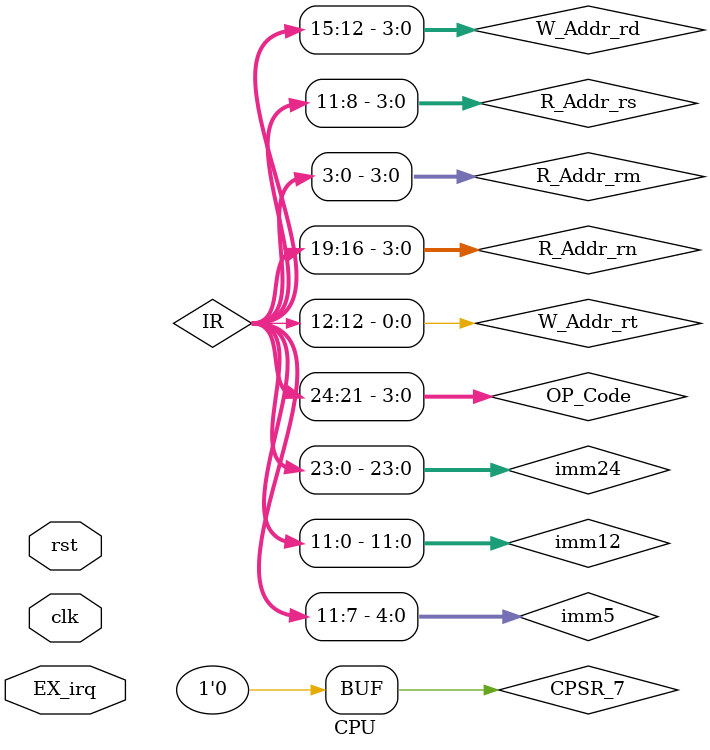
<source format=v>
module CPU(
    input clk, 
    input rst, 
    input EX_irq
);

    //to accept the signal of icc
    wire CPSR_7 = 0;
    reg INTA_irq;
    wire INT_irq;

    //to accept the signal of state register
    reg W_SPSR_s;
    reg [2:0] W_CPSR_s;
    reg Write_SPSR;
    reg Write_CPSR;
    wire [31:0] SPSR_New;
    wire [31:0] CPSR_New;
    wire [3:0] MASK;
    //wire [3:0] NZCV;
    reg [2:0] Change_M;
    //wire S;
    
    wire [31:0] SPSR_fiq;
    wire [31:0] SPSR_irq;
    wire [31:0] SPSR_abt;
    wire [31:0] SPSR_svc;
    wire [31:0] SPSR_und;
    wire [31:0] SPSR_mon;
    wire [31:0] SPSR_hyp;
    wire [31:0] CPSR;

    // to accept the signal of dual stack pointer
    reg SP_in;
    reg SP_out;
    wire [31:0] SP;
    wire [31:0] SP_tmp;
    wire [31:0] PSP;
    wire [31:0] MSP;
    //wire [4:0] M;

    //寄存器信号
    wire [31:0] R_Data_rn;
    wire [31:0] R_Data_rm;
    wire [31:0] R_Data_rs;
    wire [31:0] W_Data;
    wire [3:0] R_Addr_rn;
    wire [3:0] R_Addr_rm;
    wire [3:0] R_Addr_rs;
    wire [3:0] W_Addr_rd;
    wire [3:0] W_Addr;

    /* 暂存器 temporary register */
    reg [31:0] F;
    reg [31:0] A;
    reg [31:0] B;
    reg [31:0] C;
    
    //NZCV
    reg [3:0] NZCV;
    wire [3:0] NZCV_temp;//存储ALU输出的NZCV信号，根据S信号选择是否打入NZCV中
    
    //barrel_shift信号
    wire [31:0] Shift_Data;
    wire [7:0] Shift_Num;
    reg [2:0] SHIFT_OP;
    wire [31:0] Shift_Out;
    wire [31:0] Shift_Carry_Out;

    //ALU信号
    wire [31:0] ALU_A;
    wire [31:0] ALU_B;
    wire [31:0] ALU_Out;
    reg [3:0] ALU_OP;

   //控制信号
    reg Write_PC;
    reg Write_IR;
    reg Write_Reg;
    reg ALU_A_s;
    reg ALU_B_s;
    reg [1:0]PC_s;
    reg W_Addr_s;
    reg L_A;
    reg L_B;
    reg L_C;
    reg L_F;
    reg [1:0] rm_imm_s;
    reg [2:0] rs_imm_s;
    wire [3:0] OP_Code;
    reg Und_ins;//译码失败标识，译码失败时为1
    reg S;//NZCV打入控制信号

    //new added control signal
    reg F_s = 0;//if 0 ,alu_out -> F, if 1 pc -> F


    //指令相关信号
    wire [31:0] IR;//来自指令寄存器的内容
    wire IR_Flag;//取指令成功的标志，成功时取1
    wire [7:0] PC;

    //立即数
    wire [4:0]imm5;
    wire [11:0]imm12;
    wire [23:0]imm24;

    //下一个状态和当前状态寄存器
    reg [6:0] st_next ;
    reg [6:0] st_cur ;

    //定义状态
    parameter IDLE = 6'd63;
    parameter S0 = 6'd0;
    //parameter Wait = 4'd1;
    parameter S1 = 6'd1;
    parameter S2 = 6'd2;
    parameter S3 = 6'd3;
    /********新增加7~11这5个阶段********/
    parameter S7 = 6'd7;
    parameter S8 = 6'd8;
    parameter S9 = 6'd9;
    parameter S10 = 6'd10;
    parameter S11 = 6'd11;
    /********中断新增**************/
    parameter S26 = 6'd26;
    parameter S27 = 6'd27;
    parameter S28 = 6'd28;
    parameter S29 = 6'd29;
    parameter S30 = 6'd30;
    parameter S31 = 6'd31;

    parameter M = 5'b10000;//寄存器使能
    parameter R14 = 4'he;//R14寄存器地址
    //指令类型，根据指令的类型决定cpu的状态转化，目前有4种类型：
    //0表示：数据处理指令：S0->S1->S2->S3->S0
    //1表示：BX指令：S0->S1->S7
    //2表示：B指令：S0->S8->S9->S0
    //3表示：BL指令：S0->S10->S11->S9->S0
    reg [2:0] Instruction_Type = 4'd0;


    //指令译码
    assign OP_Code[3:0] = IR[24:21];
    assign R_Addr_rn = IR[19:16];
    assign W_Addr_rd = IR[15:12];
    assign R_Addr_rs = IR[11:8];
    //assign SHIFT_OP = IR[6:4];//SHIFT
    assign R_Addr_rm = IR[3:0];
    assign imm12 = IR[11:0];
    assign imm5 = IR[11:7];
    assign imm24 = IR[23:0];
    /*********新增指令译码（单数据访存）*********/
    assign W_Addr_rt = IR[15:12];


/**********读取寄存器数据****************/
    //assign R_Addr_rm = 4'b0001;
    //assign R_Addr_rs = 4'b0000;
/******************************************/


    //多路选择器
    assign ALU_A = ALU_A_s? {24'h000000,PC} : A;
    assign ALU_B = ALU_B_s? {6'b000000,imm24,2'b00} : Shift_Out;
    assign Shift_Data = rm_imm_s? {24'h000000,imm12[7:0]} : B;
    assign Shift_Num = rs_imm_s[1]? {3'b000,imm12[11:8],1'b0} : rs_imm_s[0]? C[7:0] : {3'b000,imm5};
    assign W_Addr = W_Addr_s? R14 : W_Addr_rd;
    assign W_Data = F;

    reg [2:0]testflag;

    //下跳沿IR读入指令后，判断指令的类型
    always @(*) begin
            if(IR[27:4] == 24'b000100101111111111110001)//0001 0010 1111 1111 1111 0001
            begin
                Instruction_Type <= 4'd1;//BX指令
                testflag <= 1;
            end
            else if(IR[27:24] == 4'b1010)
            begin
                Instruction_Type <= 4'd2;//B指令，bcc的24到27也是这个1010
            end
            else if (IR[27:24] == 4'b1011) 
            begin
                Instruction_Type <= 4'd3;//BL指令
            end
            else if(IR == 32'he1bef000)//识别唯一的MOVS指令，想不到其他方法和DP0区分e1bef000put before the IR[27:25] == 3'b000(next), or it will be 0(Instructin_type)
            begin
                Instruction_Type <= 4'd4;//MOVS中断返回指令，注意和普通的DP0格式区分
            end
            else if (IR[27:25] == 3'b000)
            begin
                Instruction_Type <= 4'd0;//数据处理指令
            end
            else if(IR[27:25] == 3'b001)
            begin
                Instruction_Type <= 4'd0;//数据处理指令
            end
            
            else
            begin
                Instruction_Type <= 4'd7;
            end
    end

    //状态转换
    always @(posedge clk or posedge rst) begin
        if (rst) begin
            //状态初始化
            st_cur <= IDLE;
        end
        else begin
            st_cur <= st_next;
        end
    end

    //次态函数
    always @(*) begin
        case(st_cur)
            IDLE:begin
                st_next = S0;
            end
            S0:begin
                //st_next = Wait;
                if(IR_Flag && Und_ins == 1'b0) begin//cond条件成立
                    case (Instruction_Type)
                        
                        4'd0: begin
                            st_next = S1;//数据处理指令
                        end
                        4'd1: begin
                            st_next = S1;//BX指令
                        end
                        4'd2: begin
                            st_next = S8;//B指令
                        end
                        4'd3: begin
                            st_next = S10;//BL指令
                        end 
                        4'd4: begin
                            st_next = S1;//MOVS
                        end
                    endcase
                end
                else begin
                    st_next = S0;
                end        
            end
            /*Wait: begin
                if(IR_Flag && Und_ins == 1'b0) begin//cond条件成立
                    case (Instruction_Type)
                        
                        4'd0: begin
                            st_next = S1;//数据处理指令
                        end
                        4'd1: begin
                            st_next = S1;//BX指令
                        end
                        4'd2: begin
                            st_next = S8;//B指令
                        end
                        4'd3: begin
                            st_next = S10;//BL指令
                        end 
                    endcase
                end
                else begin
                    st_next = S0;
                end
            end*/
            S1:begin
                if(!Und_ins)//译码成功
                    case (Instruction_Type)
                        4'd1: st_next = S7;//BX指令
                        4'd4: st_next = S28;//MOVS instruct (interrupt return)
                        default: st_next = S2;
                    endcase
                else
                    st_next = S0;
            end
            S2:begin
                st_next = S3;
            end
            S3:begin
                st_next = S29;
            end
            S7: begin
                st_next = IDLE;
            end 
            S8: begin
                st_next = S9;
            end 
            S9: begin
                st_next = S29;
            end 
            S10: begin
                st_next = S11;
            end 
            S11: begin
                st_next = S9;
            end 
            S29: begin
                if(INT_irq == 1'b1 && CPSR_7 == 1'b0) //interrupt occur
                    st_next = S30;
                else
                    st_next = S0;
            end//I forget this "end" and get an error,but it reports at line 322 and line 600,it costs lots of my time to find it, SHIT VIVADO!!! 
            S30: begin
                st_next = S31;
            end
            S31: begin
                st_next = S27;
            end
            S27: begin
                st_next = S0;
            end
            S28: begin
                st_next = S26;
            end
            S26: begin
                st_next = S27;
            end
        endcase
    end

    //输出函数
    always @(posedge clk or posedge rst) begin
        if (rst) begin
            //所有控制信号初始化
            NZCV <= 0;
            Write_PC <= 0;
            Write_IR <= 0;
            Write_Reg <= 0;
            L_A <= 0;
            L_C <= 0;
            L_B <= 0;
            L_F <= 0;
            ALU_A_s <= 0;
            ALU_B_s <= 0;
            PC_s <= 0;
            W_Addr_s <= 0;
            rm_imm_s <= 0;
            rs_imm_s <= 0;
            SHIFT_OP <= 0;
            ALU_OP <= 0;
        end
        else begin
            //修改Write_IR
            //只在S0状态下Write_IR。其他状态为0。
            case(st_next)
            /*S0,S7,S9: begin
                Write_IR <= 1;  //原代码
            end*/
            S0: begin
                Write_IR <= 1;
            end
            default:begin
                Write_IR <= 0;
            end
            endcase
    
            //修改Write_PC
            //在S0,S7,S9状态下Write_PC = 1,。其他状态为0。
            case(st_next)
            S0,S7,S9: begin
                Write_PC <= 1;
            end
            default:begin
                Write_PC <= 0;
            end
            endcase

            //修改Write_Reg
            //只在S3状态下Write_Reg = 1,。其他状态为0。
            case(st_next)
            S3,S11: begin
                Write_Reg <= 1;
            end
            default:begin
                Write_Reg <= 0;
            end
            endcase

            //修改L_A,L_B,L_C,L_F,寄存器控制信号
            case(st_next)
            S1: begin
                L_A <= 1'b1;
            end
            S2,S8,S10,S11: begin
                L_F <= 1'b1;
            end
            default:begin
                L_A <= 1'b0;
                L_B <= 1'b0;
                L_C <= 1'b0;
                L_F <= 1'b0;
            end
            endcase


            //修改ALU_A_s,ALU_B_s;ALU输入控制信号
            case(st_next)
                S8,S11: begin//PC+imm24→F
                    ALU_A_s <= 1'b1;
                    ALU_B_s <= 1'b1;
                end
                S10: begin//PC→F
                    ALU_A_s <= 1'b1;
                    ALU_B_s <= 1'b0;
                end
                default:begin//A+B→F
                    ALU_A_s <= 1'b0;
                    ALU_B_s <= 1'b0;
                end
            endcase

            //修改PC_s;PC控制信号
            case(st_next)
                S0: begin//取指令时不修改PC_s
                    PC_s <= 0;
                end
                S7: begin//B→PC
                    PC_s <= 2'b01;
                end
                S9: begin//F→PC
                    PC_s <= 2'b10;
                end
                default:begin//PC+4→PC
                    PC_s <= 2'b00;
                end
            endcase

            //修改W_Addr_s;W_Addr控制信号
            case(st_next)
                S11: begin//F->Reg[14]
                    W_Addr_s <= 1'b1;
                end
                default:begin
                    W_Addr_s <= 1'b0;
                end
            endcase

            //函数处理
            case(st_next)
            S0: begin
                //reset S27' signal
                SP_in <= 0;
                //reset S29's signal
                F_s <= 0;
                L_F <= 0;


                Und_ins <= 0;
            end
            S1: begin//s1时译码并读取寄存器内容
                if(Instruction_Type == 4'd1)begin
                    L_B <= 1;//B→PC
                end
                if(IR[27:25] == 3'b000 && IR[4] == 0 && IR[15:12] != 4'b1111) begin //Dp0格式
                    rm_imm_s <= 1'b0;
                    rs_imm_s <= 2'b00;
                    L_B <= 1;
                    L_C <= 0;
                end
                else if(IR[27:25] == 3'b000 && IR[7] == 0 && IR[4] == 1 && IR[15:12] != 4'b1111) begin //Dp1格式
                    rm_imm_s <= 1'b0;
                    rs_imm_s <= 2'b01;
                    L_B <= 1;
                    L_C <= 1;
                end
                else if(IR[27:25] == 3'b001 && IR[15:12] != 4'b1111)begin //Dp2格式
                    rm_imm_s <= 1'b1;
                    rs_imm_s <= 2'b10;
                    L_B <= 0;
                    L_C <= 0;
                end
                else begin
                    //Und_ins <= 1;
                end
            end
            S2: begin//s2时对译码内容进行运处理，输入到组合运算器中
                case(OP_Code)//通过OPCODE获取ALU_OP
                    4'b0000: ALU_OP <= 4'b0000;
                    4'b0001: ALU_OP <= 4'b0001;
                    4'b0010: ALU_OP <= 4'b0010;
                    4'b0011: ALU_OP <= 4'b0011;
                    4'b0100: ALU_OP <= 4'b0100;
                    4'b0101: ALU_OP <= 4'b0101;
                    4'b0110: ALU_OP <= 4'b0110;
                    4'b0111: ALU_OP <= 4'b0111;
                    4'b1000: ALU_OP <= 4'b0000;
                    4'b1001: ALU_OP <= 4'b0001;
                    4'b1010: ALU_OP <= 4'b0010;
                    4'b1011: ALU_OP <= 4'b0100;
                    4'b1100: ALU_OP <= 4'b1100;
                    4'b1101: ALU_OP <= 4'b1101;
                    4'b1110: ALU_OP <= 4'b1110;
                    4'b1111: ALU_OP <= 4'b1111;
                endcase
                S <= IR[20];
                case (rs_imm_s)//获取Shift相关信号
                    2'b00:begin
                        SHIFT_OP <= IR[6:4];
                    end 
                    2'b01:begin
                        SHIFT_OP <= IR[6:4];
                    end
                    2'b10:begin
                        SHIFT_OP <= 3'b111;
                    end
                endcase
            end

            S3:begin//s3将F结果打入W_Data,修改NZCV
                if(S) begin
                    NZCV <= NZCV_temp;
                end
            end

            S7: begin//B→PC
                    
                    //已将PC_s和Write_PC信号修改
            end

            S8: begin//PC+Offset→PC
                ALU_OP <= 4'b0100;
                S <= 1'b0;
            end

            S9: begin//F→PC
               //已将PC_s和Write_PC信号修改
            end

            S10: begin//PC→F
                ALU_OP <= 4'b1000;
                S <= 1'b0;
            end
            S11: begin//F->Reg[14],PC+Offset→PC
                ALU_OP <= 4'b0100;
                S <= 0;
            end
            S29: begin
                F_s <= 1'b1;
                L_F <= 1'b1;   
            end
            S30: begin
                //reset the control signal from S29
                F_s <= 1'b0;
                L_F <= 1'b0;
                //f -> lr_irq
                W_Addr_s <= 1'b1;//to be lazy, I write F into "LR" under user mode in the universla register pile
                Write_Reg <= 1'b1;
                //cpsr -> spsr_irq
                Change_M <= 3'd2;
                W_SPSR_s <= 1'b1;
            end
            S31: begin
                //reset the previous state's signal
                W_Addr_s <= 1'b0;
                Write_Reg <= 1'b0;
                Change_M <= 3'd0;
                //92h -> cpsr
                W_CPSR_s <= 3'd2;

                //INTA_irq = 1; have been done in interrupt_control_circuit module
                //irq interrupt vector->pc
                PC_s <= 2'b11;
                Write_PC <= 1'b1;
                //sp->msp/psp
                SP_out <= 1'b1;

                INTA_irq <= 1'b1;
            end
            S27: begin
                //reset the S31's signal
                W_CPSR_s <= 3'd0;
                PC_s <= 2'b00;  
                SP_out <= 1'b0;
                INTA_irq <= 1'b0;
                Write_PC <= 1'b0;
                //reset the S26's signal
                Write_PC <= 1'b0;
                PC_s <= 1'b0;
                Write_CPSR <= 1'b0;
                SP_out <= 1'b0;
                //msp->sp_irq
                SP_in <= 1'b1; 
            end 
            S28: begin
                //a->f
                ALU_OP <= 4'b1000;
                L_F <= 1'b1;

            end
            S26: begin
                //reset the previous state
                L_F <= 1'b0;
                //f->pc
                Write_PC <= 1'b1;
                PC_s <= 2'b10;
                //spsr->cpsr
                Write_CPSR <= 1'b1;
                W_CPSR_s <= 1'b0;
                //sp->msp/psp
                SP_out <= 1'b1;
                
            end
            endcase
        end
    end

    always @(negedge clk) begin
        if(L_A == 1'b1) A <= R_Data_rn;
        if(L_B == 1'b1) B <= R_Data_rm;
        if(L_C == 1'b1) C <= R_Data_rs;
        if(L_F == 1'b1) begin
            if(F_s == 1'b1) begin
                F <= PC; 
            end
            else begin
                F <= ALU_Out;
            end
        end
    end

    IF IF (
        .clk(clk),
        .rst(rst),
        .NZCV(NZCV),
        .Write_IR(Write_IR),
        .Write_PC(Write_PC),
        .B(B),
        .F(F),
        .PC_s(PC_s),

        .IR(IR),
        .IR_Flag(IR_Flag),
        .PC_OUT(PC)
    );

    ALU ALU(.A(ALU_A),
            .B(ALU_B),
            .ALU_OP(ALU_OP),
            .Shift_Carry_Out(Shift_Carry_Out),
            .CF(NZCV[1]),
            .VF(NZCV[0]),
            .F(ALU_Out),
            .NZCV(NZCV_temp)
    );

    barrel_shift bs(.Shift_Data(Shift_Data),
                    .Shift_Num(Shift_Num),
                    .SHIFT_OP(SHIFT_OP),
                    .Carry_flag(NZCV[1]),
                    .Shift_Out(Shift_Out),
                    .Shift_Carry_Out(Shift_Carry_Out)
    );

    REG REG (//universal register file
        .clk(clk),
        .rst(rst),
        .R_Addr_A(R_Addr_rn),
        .R_Addr_B(R_Addr_rm),
        .R_Addr_C(R_Addr_rs),
        .M(5'b10000),
        .W_Addr(W_Addr),
        .W_Data(W_Data),
        .Write_Reg(Write_Reg),
        .R_Data_A(R_Data_rn),
        .R_Data_B(R_Data_rm),
        .R_Data_C(R_Data_rs)
    );

    interrupt_control_circuit module1(
        .clk(clk),
        .rst(rst),
        .CPSR_7(CPSR_7),
        .EX_irq(EX_irq),
        .INTA_irq(INTA_irq),

        .INT_irq(INT_irq)
        
        //.PC_s(PC_s)
    );

    state_register_file module2(
        .clk(clk), 
        .W_SPSR_s(W_SPSR_s),
        .W_CPSR_s(W_CPSR_s),
        .Write_SPSR(Write_SPSR),
        .Write_CPSR(Write_CPSR),
        .SPSR_New(SPSR_New),
        .CPSR_New(CPSR_New),
        .MASK(MASK),
        .NZCV(NZCV),
        .Change_M(Change_M),
        .S(S),

        .SPSR_fiq(SPSR_fiq),
        .SPSR_irq(SPSR_irq),
        .SPSR_abt(SPSR_abt),
        .SPSR_svc(SPSR_svc),
        .SPSR_und(SPSR_und),
        .SPSR_mon(SPSR_mon),
        .SPSR_hyp(SPSR_hyp),
        .CPSR(CPSR)
    );

    dual_stack module3(
        .clk(ckl),
        .SP_in(SP_in),
        .SP_out(SP_out),
        .M(M),
        .SP(SP),

        .SP_tmp(SP_tmp),
        .PSP(PSP),
        .MSP(MSP)
    );
endmodule
</source>
